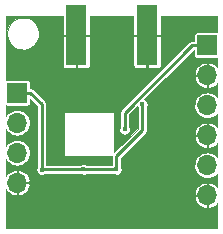
<source format=gbl>
G04 #@! TF.FileFunction,Copper,L2,Bot,Signal*
%FSLAX46Y46*%
G04 Gerber Fmt 4.6, Leading zero omitted, Abs format (unit mm)*
G04 Created by KiCad (PCBNEW 4.0.6-e0-6349~53~ubuntu16.04.1) date Sat Jun 24 14:45:07 2017*
%MOMM*%
%LPD*%
G01*
G04 APERTURE LIST*
%ADD10C,0.100000*%
%ADD11C,0.200000*%
%ADD12R,1.700000X1.700000*%
%ADD13O,1.700000X1.700000*%
%ADD14R,1.800000X5.080000*%
%ADD15C,0.300000*%
%ADD16C,0.400000*%
%ADD17C,0.250000*%
G04 APERTURE END LIST*
D10*
D11*
X111600000Y-78100000D03*
X111500000Y-77600000D03*
X111100000Y-77200000D03*
X110800000Y-76800000D03*
X110800000Y-76200000D03*
X110800000Y-75600000D03*
X109200000Y-77300000D03*
X109200000Y-75600000D03*
X109200000Y-76200000D03*
X109200000Y-76800000D03*
X109300000Y-77800000D03*
X109700000Y-78300000D03*
X110100000Y-78700000D03*
X110500000Y-79200000D03*
X110500000Y-79800000D03*
X110500000Y-80400000D03*
X110800000Y-81100000D03*
X111000000Y-81600000D03*
X111400000Y-81200000D03*
D12*
X102000000Y-77500000D03*
D13*
X102000000Y-80040000D03*
X102000000Y-82580000D03*
X102000000Y-85120000D03*
D14*
X113000000Y-72660000D03*
D15*
X113000000Y-74700000D03*
X113000000Y-70700000D03*
X112500000Y-71700000D03*
X113500000Y-71700000D03*
X113000000Y-72700000D03*
X112500000Y-73700000D03*
X113500000Y-73700000D03*
X107000000Y-74700000D03*
X107000000Y-70700000D03*
X106500000Y-71700000D03*
X107500000Y-71700000D03*
X107000000Y-72700000D03*
X106500000Y-73700000D03*
X107500000Y-73700000D03*
D14*
X107000000Y-72660000D03*
D12*
X118100000Y-73500000D03*
D13*
X118100000Y-76040000D03*
X118100000Y-78580000D03*
X118100000Y-81120000D03*
X118100000Y-83660000D03*
X118100000Y-86200000D03*
D11*
X111800000Y-80700000D03*
D16*
X112600000Y-78500000D03*
X110400000Y-84000000D03*
X107600000Y-84000000D03*
X104078768Y-84021232D03*
X109300000Y-83200000D03*
X111100000Y-80600000D03*
D17*
X112600000Y-80700000D02*
X110400000Y-82900000D01*
X110400000Y-82900000D02*
X110400000Y-84000000D01*
X112600000Y-78500000D02*
X112600000Y-80700000D01*
X110400000Y-84000000D02*
X107600000Y-84000000D01*
X107600000Y-84000000D02*
X104100000Y-84000000D01*
X104100000Y-84000000D02*
X104078768Y-84021232D01*
X102000000Y-77500000D02*
X103100000Y-77500000D01*
X103100000Y-77500000D02*
X104078768Y-78478768D01*
X104078768Y-78478768D02*
X104078768Y-84021232D01*
X116822998Y-73500000D02*
X118100000Y-73500000D01*
X111100000Y-80600000D02*
X111100000Y-79222998D01*
X111100000Y-79222998D02*
X116822998Y-73500000D01*
D10*
G36*
X116998791Y-74350000D02*
X117001966Y-74389811D01*
X117022877Y-74457336D01*
X117061772Y-74516362D01*
X117115571Y-74562214D01*
X117180015Y-74591263D01*
X117250000Y-74601209D01*
X118950000Y-74601209D01*
X118950000Y-75350158D01*
X118882627Y-75267018D01*
X118716788Y-75129188D01*
X118527246Y-75026360D01*
X118321285Y-74962485D01*
X118150000Y-75003634D01*
X118150000Y-75990000D01*
X118170000Y-75990000D01*
X118170000Y-76090000D01*
X118150000Y-76090000D01*
X118150000Y-77076366D01*
X118321285Y-77117515D01*
X118527246Y-77053640D01*
X118716788Y-76950812D01*
X118882627Y-76812982D01*
X118950000Y-76729842D01*
X118950000Y-77883450D01*
X118891242Y-77810370D01*
X118726786Y-77672375D01*
X118538658Y-77568951D01*
X118334025Y-77504038D01*
X118120680Y-77480107D01*
X118105322Y-77480000D01*
X118094678Y-77480000D01*
X117881020Y-77500949D01*
X117675501Y-77562999D01*
X117485947Y-77663787D01*
X117319580Y-77799472D01*
X117182737Y-77964888D01*
X117080629Y-78153733D01*
X117017145Y-78358814D01*
X116994705Y-78572321D01*
X117014162Y-78786119D01*
X117074776Y-78992067D01*
X117174237Y-79182320D01*
X117308758Y-79349630D01*
X117473214Y-79487625D01*
X117661342Y-79591049D01*
X117865975Y-79655962D01*
X118079320Y-79679893D01*
X118094678Y-79680000D01*
X118105322Y-79680000D01*
X118318980Y-79659051D01*
X118524499Y-79597001D01*
X118714053Y-79496213D01*
X118880420Y-79360528D01*
X118950000Y-79276420D01*
X118950000Y-80430158D01*
X118882627Y-80347018D01*
X118716788Y-80209188D01*
X118527246Y-80106360D01*
X118321285Y-80042485D01*
X118150000Y-80083634D01*
X118150000Y-81070000D01*
X118170000Y-81070000D01*
X118170000Y-81170000D01*
X118150000Y-81170000D01*
X118150000Y-82156366D01*
X118321285Y-82197515D01*
X118527246Y-82133640D01*
X118716788Y-82030812D01*
X118882627Y-81892982D01*
X118950000Y-81809842D01*
X118950000Y-82963450D01*
X118891242Y-82890370D01*
X118726786Y-82752375D01*
X118538658Y-82648951D01*
X118334025Y-82584038D01*
X118120680Y-82560107D01*
X118105322Y-82560000D01*
X118094678Y-82560000D01*
X117881020Y-82580949D01*
X117675501Y-82642999D01*
X117485947Y-82743787D01*
X117319580Y-82879472D01*
X117182737Y-83044888D01*
X117080629Y-83233733D01*
X117017145Y-83438814D01*
X116994705Y-83652321D01*
X117014162Y-83866119D01*
X117074776Y-84072067D01*
X117174237Y-84262320D01*
X117308758Y-84429630D01*
X117473214Y-84567625D01*
X117661342Y-84671049D01*
X117865975Y-84735962D01*
X118079320Y-84759893D01*
X118094678Y-84760000D01*
X118105322Y-84760000D01*
X118318980Y-84739051D01*
X118524499Y-84677001D01*
X118714053Y-84576213D01*
X118880420Y-84440528D01*
X118950000Y-84356420D01*
X118950000Y-85510158D01*
X118882627Y-85427018D01*
X118716788Y-85289188D01*
X118527246Y-85186360D01*
X118321285Y-85122485D01*
X118150000Y-85163634D01*
X118150000Y-86150000D01*
X118170000Y-86150000D01*
X118170000Y-86250000D01*
X118150000Y-86250000D01*
X118150000Y-87236366D01*
X118321285Y-87277515D01*
X118527246Y-87213640D01*
X118716788Y-87110812D01*
X118882627Y-86972982D01*
X118950000Y-86889842D01*
X118950000Y-88949925D01*
X101050000Y-88949925D01*
X101050000Y-86421284D01*
X117022488Y-86421284D01*
X117081140Y-86614644D01*
X117181610Y-86805446D01*
X117317373Y-86972982D01*
X117483212Y-87110812D01*
X117672754Y-87213640D01*
X117878715Y-87277515D01*
X118050000Y-87236366D01*
X118050000Y-86250000D01*
X117063706Y-86250000D01*
X117022488Y-86421284D01*
X101050000Y-86421284D01*
X101050000Y-85665416D01*
X101081610Y-85725446D01*
X101217373Y-85892982D01*
X101383212Y-86030812D01*
X101572754Y-86133640D01*
X101778715Y-86197515D01*
X101950000Y-86156366D01*
X101950000Y-85170000D01*
X102050000Y-85170000D01*
X102050000Y-86156366D01*
X102221285Y-86197515D01*
X102427246Y-86133640D01*
X102616788Y-86030812D01*
X102679470Y-85978716D01*
X117022488Y-85978716D01*
X117063706Y-86150000D01*
X118050000Y-86150000D01*
X118050000Y-85163634D01*
X117878715Y-85122485D01*
X117672754Y-85186360D01*
X117483212Y-85289188D01*
X117317373Y-85427018D01*
X117181610Y-85594554D01*
X117081140Y-85785356D01*
X117022488Y-85978716D01*
X102679470Y-85978716D01*
X102782627Y-85892982D01*
X102918390Y-85725446D01*
X103018860Y-85534644D01*
X103077512Y-85341284D01*
X103036294Y-85170000D01*
X102050000Y-85170000D01*
X101950000Y-85170000D01*
X101930000Y-85170000D01*
X101930000Y-85070000D01*
X101950000Y-85070000D01*
X101950000Y-84083634D01*
X102050000Y-84083634D01*
X102050000Y-85070000D01*
X103036294Y-85070000D01*
X103077512Y-84898716D01*
X103018860Y-84705356D01*
X102918390Y-84514554D01*
X102782627Y-84347018D01*
X102616788Y-84209188D01*
X102427246Y-84106360D01*
X102221285Y-84042485D01*
X102050000Y-84083634D01*
X101950000Y-84083634D01*
X101778715Y-84042485D01*
X101572754Y-84106360D01*
X101383212Y-84209188D01*
X101217373Y-84347018D01*
X101081610Y-84514554D01*
X101050000Y-84574584D01*
X101050000Y-83135958D01*
X101074237Y-83182320D01*
X101208758Y-83349630D01*
X101373214Y-83487625D01*
X101561342Y-83591049D01*
X101765975Y-83655962D01*
X101979320Y-83679893D01*
X101994678Y-83680000D01*
X102005322Y-83680000D01*
X102218980Y-83659051D01*
X102424499Y-83597001D01*
X102614053Y-83496213D01*
X102780420Y-83360528D01*
X102917263Y-83195112D01*
X103019371Y-83006267D01*
X103082855Y-82801186D01*
X103105295Y-82587679D01*
X103085838Y-82373881D01*
X103025224Y-82167933D01*
X102925763Y-81977680D01*
X102791242Y-81810370D01*
X102626786Y-81672375D01*
X102438658Y-81568951D01*
X102234025Y-81504038D01*
X102020680Y-81480107D01*
X102005322Y-81480000D01*
X101994678Y-81480000D01*
X101781020Y-81500949D01*
X101575501Y-81562999D01*
X101385947Y-81663787D01*
X101219580Y-81799472D01*
X101082737Y-81964888D01*
X101050000Y-82025434D01*
X101050000Y-80595958D01*
X101074237Y-80642320D01*
X101208758Y-80809630D01*
X101373214Y-80947625D01*
X101561342Y-81051049D01*
X101765975Y-81115962D01*
X101979320Y-81139893D01*
X101994678Y-81140000D01*
X102005322Y-81140000D01*
X102218980Y-81119051D01*
X102424499Y-81057001D01*
X102614053Y-80956213D01*
X102780420Y-80820528D01*
X102917263Y-80655112D01*
X103019371Y-80466267D01*
X103082855Y-80261186D01*
X103105295Y-80047679D01*
X103085838Y-79833881D01*
X103025224Y-79627933D01*
X102925763Y-79437680D01*
X102791242Y-79270370D01*
X102626786Y-79132375D01*
X102438658Y-79028951D01*
X102234025Y-78964038D01*
X102020680Y-78940107D01*
X102005322Y-78940000D01*
X101994678Y-78940000D01*
X101781020Y-78960949D01*
X101575501Y-79022999D01*
X101385947Y-79123787D01*
X101219580Y-79259472D01*
X101082737Y-79424888D01*
X101050000Y-79485434D01*
X101050000Y-78577733D01*
X101080015Y-78591263D01*
X101150000Y-78601209D01*
X102850000Y-78601209D01*
X102889811Y-78598034D01*
X102957336Y-78577123D01*
X103016362Y-78538228D01*
X103062214Y-78484429D01*
X103091263Y-78419985D01*
X103101209Y-78350000D01*
X103101209Y-78031539D01*
X103703768Y-78634098D01*
X103703768Y-83772365D01*
X103682522Y-83803394D01*
X103647757Y-83884507D01*
X103629409Y-83970828D01*
X103628177Y-84059069D01*
X103644108Y-84145869D01*
X103676594Y-84227921D01*
X103724400Y-84302101D01*
X103785703Y-84365582D01*
X103858169Y-84415947D01*
X103939038Y-84451278D01*
X104025228Y-84470228D01*
X104113459Y-84472076D01*
X104200367Y-84456752D01*
X104282644Y-84424839D01*
X104357156Y-84377552D01*
X104359836Y-84375000D01*
X107351035Y-84375000D01*
X107379401Y-84394715D01*
X107460270Y-84430046D01*
X107546460Y-84448996D01*
X107634691Y-84450844D01*
X107721599Y-84435520D01*
X107803876Y-84403607D01*
X107848953Y-84375000D01*
X110151035Y-84375000D01*
X110179401Y-84394715D01*
X110260270Y-84430046D01*
X110346460Y-84448996D01*
X110434691Y-84450844D01*
X110521599Y-84435520D01*
X110603876Y-84403607D01*
X110678388Y-84356320D01*
X110742296Y-84295462D01*
X110793166Y-84223349D01*
X110829060Y-84142729D01*
X110848611Y-84056673D01*
X110850019Y-83955875D01*
X110832878Y-83869306D01*
X110799249Y-83787716D01*
X110775000Y-83751219D01*
X110775000Y-83055330D01*
X112489046Y-81341284D01*
X117022488Y-81341284D01*
X117081140Y-81534644D01*
X117181610Y-81725446D01*
X117317373Y-81892982D01*
X117483212Y-82030812D01*
X117672754Y-82133640D01*
X117878715Y-82197515D01*
X118050000Y-82156366D01*
X118050000Y-81170000D01*
X117063706Y-81170000D01*
X117022488Y-81341284D01*
X112489046Y-81341284D01*
X112865165Y-80965165D01*
X112887129Y-80938425D01*
X112909418Y-80911863D01*
X112910370Y-80910132D01*
X112911619Y-80908611D01*
X112916924Y-80898716D01*
X117022488Y-80898716D01*
X117063706Y-81070000D01*
X118050000Y-81070000D01*
X118050000Y-80083634D01*
X117878715Y-80042485D01*
X117672754Y-80106360D01*
X117483212Y-80209188D01*
X117317373Y-80347018D01*
X117181610Y-80514554D01*
X117081140Y-80705356D01*
X117022488Y-80898716D01*
X112916924Y-80898716D01*
X112927977Y-80878104D01*
X112944676Y-80847728D01*
X112945272Y-80845849D01*
X112946204Y-80844111D01*
X112956339Y-80810960D01*
X112966805Y-80777967D01*
X112967025Y-80776010D01*
X112967602Y-80774121D01*
X112971109Y-80739598D01*
X112974963Y-80705236D01*
X112974990Y-80701386D01*
X112974998Y-80701309D01*
X112974991Y-80701238D01*
X112975000Y-80700000D01*
X112975000Y-78749101D01*
X112993166Y-78723349D01*
X113029060Y-78642729D01*
X113048611Y-78556673D01*
X113050019Y-78455875D01*
X113032878Y-78369306D01*
X112999249Y-78287716D01*
X112950412Y-78214211D01*
X112888228Y-78151592D01*
X112815066Y-78102243D01*
X112770020Y-78083308D01*
X114592044Y-76261284D01*
X117022488Y-76261284D01*
X117081140Y-76454644D01*
X117181610Y-76645446D01*
X117317373Y-76812982D01*
X117483212Y-76950812D01*
X117672754Y-77053640D01*
X117878715Y-77117515D01*
X118050000Y-77076366D01*
X118050000Y-76090000D01*
X117063706Y-76090000D01*
X117022488Y-76261284D01*
X114592044Y-76261284D01*
X115034612Y-75818716D01*
X117022488Y-75818716D01*
X117063706Y-75990000D01*
X118050000Y-75990000D01*
X118050000Y-75003634D01*
X117878715Y-74962485D01*
X117672754Y-75026360D01*
X117483212Y-75129188D01*
X117317373Y-75267018D01*
X117181610Y-75434554D01*
X117081140Y-75625356D01*
X117022488Y-75818716D01*
X115034612Y-75818716D01*
X116978328Y-73875000D01*
X116998791Y-73875000D01*
X116998791Y-74350000D01*
X116998791Y-74350000D01*
G37*
X116998791Y-74350000D02*
X117001966Y-74389811D01*
X117022877Y-74457336D01*
X117061772Y-74516362D01*
X117115571Y-74562214D01*
X117180015Y-74591263D01*
X117250000Y-74601209D01*
X118950000Y-74601209D01*
X118950000Y-75350158D01*
X118882627Y-75267018D01*
X118716788Y-75129188D01*
X118527246Y-75026360D01*
X118321285Y-74962485D01*
X118150000Y-75003634D01*
X118150000Y-75990000D01*
X118170000Y-75990000D01*
X118170000Y-76090000D01*
X118150000Y-76090000D01*
X118150000Y-77076366D01*
X118321285Y-77117515D01*
X118527246Y-77053640D01*
X118716788Y-76950812D01*
X118882627Y-76812982D01*
X118950000Y-76729842D01*
X118950000Y-77883450D01*
X118891242Y-77810370D01*
X118726786Y-77672375D01*
X118538658Y-77568951D01*
X118334025Y-77504038D01*
X118120680Y-77480107D01*
X118105322Y-77480000D01*
X118094678Y-77480000D01*
X117881020Y-77500949D01*
X117675501Y-77562999D01*
X117485947Y-77663787D01*
X117319580Y-77799472D01*
X117182737Y-77964888D01*
X117080629Y-78153733D01*
X117017145Y-78358814D01*
X116994705Y-78572321D01*
X117014162Y-78786119D01*
X117074776Y-78992067D01*
X117174237Y-79182320D01*
X117308758Y-79349630D01*
X117473214Y-79487625D01*
X117661342Y-79591049D01*
X117865975Y-79655962D01*
X118079320Y-79679893D01*
X118094678Y-79680000D01*
X118105322Y-79680000D01*
X118318980Y-79659051D01*
X118524499Y-79597001D01*
X118714053Y-79496213D01*
X118880420Y-79360528D01*
X118950000Y-79276420D01*
X118950000Y-80430158D01*
X118882627Y-80347018D01*
X118716788Y-80209188D01*
X118527246Y-80106360D01*
X118321285Y-80042485D01*
X118150000Y-80083634D01*
X118150000Y-81070000D01*
X118170000Y-81070000D01*
X118170000Y-81170000D01*
X118150000Y-81170000D01*
X118150000Y-82156366D01*
X118321285Y-82197515D01*
X118527246Y-82133640D01*
X118716788Y-82030812D01*
X118882627Y-81892982D01*
X118950000Y-81809842D01*
X118950000Y-82963450D01*
X118891242Y-82890370D01*
X118726786Y-82752375D01*
X118538658Y-82648951D01*
X118334025Y-82584038D01*
X118120680Y-82560107D01*
X118105322Y-82560000D01*
X118094678Y-82560000D01*
X117881020Y-82580949D01*
X117675501Y-82642999D01*
X117485947Y-82743787D01*
X117319580Y-82879472D01*
X117182737Y-83044888D01*
X117080629Y-83233733D01*
X117017145Y-83438814D01*
X116994705Y-83652321D01*
X117014162Y-83866119D01*
X117074776Y-84072067D01*
X117174237Y-84262320D01*
X117308758Y-84429630D01*
X117473214Y-84567625D01*
X117661342Y-84671049D01*
X117865975Y-84735962D01*
X118079320Y-84759893D01*
X118094678Y-84760000D01*
X118105322Y-84760000D01*
X118318980Y-84739051D01*
X118524499Y-84677001D01*
X118714053Y-84576213D01*
X118880420Y-84440528D01*
X118950000Y-84356420D01*
X118950000Y-85510158D01*
X118882627Y-85427018D01*
X118716788Y-85289188D01*
X118527246Y-85186360D01*
X118321285Y-85122485D01*
X118150000Y-85163634D01*
X118150000Y-86150000D01*
X118170000Y-86150000D01*
X118170000Y-86250000D01*
X118150000Y-86250000D01*
X118150000Y-87236366D01*
X118321285Y-87277515D01*
X118527246Y-87213640D01*
X118716788Y-87110812D01*
X118882627Y-86972982D01*
X118950000Y-86889842D01*
X118950000Y-88949925D01*
X101050000Y-88949925D01*
X101050000Y-86421284D01*
X117022488Y-86421284D01*
X117081140Y-86614644D01*
X117181610Y-86805446D01*
X117317373Y-86972982D01*
X117483212Y-87110812D01*
X117672754Y-87213640D01*
X117878715Y-87277515D01*
X118050000Y-87236366D01*
X118050000Y-86250000D01*
X117063706Y-86250000D01*
X117022488Y-86421284D01*
X101050000Y-86421284D01*
X101050000Y-85665416D01*
X101081610Y-85725446D01*
X101217373Y-85892982D01*
X101383212Y-86030812D01*
X101572754Y-86133640D01*
X101778715Y-86197515D01*
X101950000Y-86156366D01*
X101950000Y-85170000D01*
X102050000Y-85170000D01*
X102050000Y-86156366D01*
X102221285Y-86197515D01*
X102427246Y-86133640D01*
X102616788Y-86030812D01*
X102679470Y-85978716D01*
X117022488Y-85978716D01*
X117063706Y-86150000D01*
X118050000Y-86150000D01*
X118050000Y-85163634D01*
X117878715Y-85122485D01*
X117672754Y-85186360D01*
X117483212Y-85289188D01*
X117317373Y-85427018D01*
X117181610Y-85594554D01*
X117081140Y-85785356D01*
X117022488Y-85978716D01*
X102679470Y-85978716D01*
X102782627Y-85892982D01*
X102918390Y-85725446D01*
X103018860Y-85534644D01*
X103077512Y-85341284D01*
X103036294Y-85170000D01*
X102050000Y-85170000D01*
X101950000Y-85170000D01*
X101930000Y-85170000D01*
X101930000Y-85070000D01*
X101950000Y-85070000D01*
X101950000Y-84083634D01*
X102050000Y-84083634D01*
X102050000Y-85070000D01*
X103036294Y-85070000D01*
X103077512Y-84898716D01*
X103018860Y-84705356D01*
X102918390Y-84514554D01*
X102782627Y-84347018D01*
X102616788Y-84209188D01*
X102427246Y-84106360D01*
X102221285Y-84042485D01*
X102050000Y-84083634D01*
X101950000Y-84083634D01*
X101778715Y-84042485D01*
X101572754Y-84106360D01*
X101383212Y-84209188D01*
X101217373Y-84347018D01*
X101081610Y-84514554D01*
X101050000Y-84574584D01*
X101050000Y-83135958D01*
X101074237Y-83182320D01*
X101208758Y-83349630D01*
X101373214Y-83487625D01*
X101561342Y-83591049D01*
X101765975Y-83655962D01*
X101979320Y-83679893D01*
X101994678Y-83680000D01*
X102005322Y-83680000D01*
X102218980Y-83659051D01*
X102424499Y-83597001D01*
X102614053Y-83496213D01*
X102780420Y-83360528D01*
X102917263Y-83195112D01*
X103019371Y-83006267D01*
X103082855Y-82801186D01*
X103105295Y-82587679D01*
X103085838Y-82373881D01*
X103025224Y-82167933D01*
X102925763Y-81977680D01*
X102791242Y-81810370D01*
X102626786Y-81672375D01*
X102438658Y-81568951D01*
X102234025Y-81504038D01*
X102020680Y-81480107D01*
X102005322Y-81480000D01*
X101994678Y-81480000D01*
X101781020Y-81500949D01*
X101575501Y-81562999D01*
X101385947Y-81663787D01*
X101219580Y-81799472D01*
X101082737Y-81964888D01*
X101050000Y-82025434D01*
X101050000Y-80595958D01*
X101074237Y-80642320D01*
X101208758Y-80809630D01*
X101373214Y-80947625D01*
X101561342Y-81051049D01*
X101765975Y-81115962D01*
X101979320Y-81139893D01*
X101994678Y-81140000D01*
X102005322Y-81140000D01*
X102218980Y-81119051D01*
X102424499Y-81057001D01*
X102614053Y-80956213D01*
X102780420Y-80820528D01*
X102917263Y-80655112D01*
X103019371Y-80466267D01*
X103082855Y-80261186D01*
X103105295Y-80047679D01*
X103085838Y-79833881D01*
X103025224Y-79627933D01*
X102925763Y-79437680D01*
X102791242Y-79270370D01*
X102626786Y-79132375D01*
X102438658Y-79028951D01*
X102234025Y-78964038D01*
X102020680Y-78940107D01*
X102005322Y-78940000D01*
X101994678Y-78940000D01*
X101781020Y-78960949D01*
X101575501Y-79022999D01*
X101385947Y-79123787D01*
X101219580Y-79259472D01*
X101082737Y-79424888D01*
X101050000Y-79485434D01*
X101050000Y-78577733D01*
X101080015Y-78591263D01*
X101150000Y-78601209D01*
X102850000Y-78601209D01*
X102889811Y-78598034D01*
X102957336Y-78577123D01*
X103016362Y-78538228D01*
X103062214Y-78484429D01*
X103091263Y-78419985D01*
X103101209Y-78350000D01*
X103101209Y-78031539D01*
X103703768Y-78634098D01*
X103703768Y-83772365D01*
X103682522Y-83803394D01*
X103647757Y-83884507D01*
X103629409Y-83970828D01*
X103628177Y-84059069D01*
X103644108Y-84145869D01*
X103676594Y-84227921D01*
X103724400Y-84302101D01*
X103785703Y-84365582D01*
X103858169Y-84415947D01*
X103939038Y-84451278D01*
X104025228Y-84470228D01*
X104113459Y-84472076D01*
X104200367Y-84456752D01*
X104282644Y-84424839D01*
X104357156Y-84377552D01*
X104359836Y-84375000D01*
X107351035Y-84375000D01*
X107379401Y-84394715D01*
X107460270Y-84430046D01*
X107546460Y-84448996D01*
X107634691Y-84450844D01*
X107721599Y-84435520D01*
X107803876Y-84403607D01*
X107848953Y-84375000D01*
X110151035Y-84375000D01*
X110179401Y-84394715D01*
X110260270Y-84430046D01*
X110346460Y-84448996D01*
X110434691Y-84450844D01*
X110521599Y-84435520D01*
X110603876Y-84403607D01*
X110678388Y-84356320D01*
X110742296Y-84295462D01*
X110793166Y-84223349D01*
X110829060Y-84142729D01*
X110848611Y-84056673D01*
X110850019Y-83955875D01*
X110832878Y-83869306D01*
X110799249Y-83787716D01*
X110775000Y-83751219D01*
X110775000Y-83055330D01*
X112489046Y-81341284D01*
X117022488Y-81341284D01*
X117081140Y-81534644D01*
X117181610Y-81725446D01*
X117317373Y-81892982D01*
X117483212Y-82030812D01*
X117672754Y-82133640D01*
X117878715Y-82197515D01*
X118050000Y-82156366D01*
X118050000Y-81170000D01*
X117063706Y-81170000D01*
X117022488Y-81341284D01*
X112489046Y-81341284D01*
X112865165Y-80965165D01*
X112887129Y-80938425D01*
X112909418Y-80911863D01*
X112910370Y-80910132D01*
X112911619Y-80908611D01*
X112916924Y-80898716D01*
X117022488Y-80898716D01*
X117063706Y-81070000D01*
X118050000Y-81070000D01*
X118050000Y-80083634D01*
X117878715Y-80042485D01*
X117672754Y-80106360D01*
X117483212Y-80209188D01*
X117317373Y-80347018D01*
X117181610Y-80514554D01*
X117081140Y-80705356D01*
X117022488Y-80898716D01*
X112916924Y-80898716D01*
X112927977Y-80878104D01*
X112944676Y-80847728D01*
X112945272Y-80845849D01*
X112946204Y-80844111D01*
X112956339Y-80810960D01*
X112966805Y-80777967D01*
X112967025Y-80776010D01*
X112967602Y-80774121D01*
X112971109Y-80739598D01*
X112974963Y-80705236D01*
X112974990Y-80701386D01*
X112974998Y-80701309D01*
X112974991Y-80701238D01*
X112975000Y-80700000D01*
X112975000Y-78749101D01*
X112993166Y-78723349D01*
X113029060Y-78642729D01*
X113048611Y-78556673D01*
X113050019Y-78455875D01*
X113032878Y-78369306D01*
X112999249Y-78287716D01*
X112950412Y-78214211D01*
X112888228Y-78151592D01*
X112815066Y-78102243D01*
X112770020Y-78083308D01*
X114592044Y-76261284D01*
X117022488Y-76261284D01*
X117081140Y-76454644D01*
X117181610Y-76645446D01*
X117317373Y-76812982D01*
X117483212Y-76950812D01*
X117672754Y-77053640D01*
X117878715Y-77117515D01*
X118050000Y-77076366D01*
X118050000Y-76090000D01*
X117063706Y-76090000D01*
X117022488Y-76261284D01*
X114592044Y-76261284D01*
X115034612Y-75818716D01*
X117022488Y-75818716D01*
X117063706Y-75990000D01*
X118050000Y-75990000D01*
X118050000Y-75003634D01*
X117878715Y-74962485D01*
X117672754Y-75026360D01*
X117483212Y-75129188D01*
X117317373Y-75267018D01*
X117181610Y-75434554D01*
X117081140Y-75625356D01*
X117022488Y-75818716D01*
X115034612Y-75818716D01*
X116978328Y-73875000D01*
X116998791Y-73875000D01*
X116998791Y-74350000D01*
G36*
X105850000Y-72547500D02*
X105912500Y-72610000D01*
X106950000Y-72610000D01*
X106950000Y-72590000D01*
X107050000Y-72590000D01*
X107050000Y-72610000D01*
X108087500Y-72610000D01*
X108150000Y-72547500D01*
X108150000Y-71049925D01*
X111850000Y-71049925D01*
X111850000Y-72547500D01*
X111912500Y-72610000D01*
X112950000Y-72610000D01*
X112950000Y-72590000D01*
X113050000Y-72590000D01*
X113050000Y-72610000D01*
X114087500Y-72610000D01*
X114150000Y-72547500D01*
X114150000Y-71049925D01*
X118950000Y-71049925D01*
X118950000Y-72398791D01*
X117250000Y-72398791D01*
X117210189Y-72401966D01*
X117142664Y-72422877D01*
X117083638Y-72461772D01*
X117037786Y-72515571D01*
X117008737Y-72580015D01*
X116998791Y-72650000D01*
X116998791Y-73125000D01*
X116822998Y-73125000D01*
X116788529Y-73128380D01*
X116754016Y-73131399D01*
X116752120Y-73131950D01*
X116750160Y-73132142D01*
X116717020Y-73142148D01*
X116683734Y-73151818D01*
X116681983Y-73152726D01*
X116680097Y-73153295D01*
X116649526Y-73169550D01*
X116618758Y-73185499D01*
X116617217Y-73186730D01*
X116615476Y-73187655D01*
X116588622Y-73209556D01*
X116561561Y-73231159D01*
X116558818Y-73233863D01*
X116558760Y-73233911D01*
X116558715Y-73233965D01*
X116557833Y-73234835D01*
X110834835Y-78957833D01*
X110812871Y-78984573D01*
X110790582Y-79011135D01*
X110789630Y-79012866D01*
X110788381Y-79014387D01*
X110772023Y-79044894D01*
X110755324Y-79075270D01*
X110754728Y-79077149D01*
X110753796Y-79078887D01*
X110743674Y-79111997D01*
X110733195Y-79145031D01*
X110732975Y-79146993D01*
X110732399Y-79148877D01*
X110728897Y-79183351D01*
X110725037Y-79217762D01*
X110725010Y-79221612D01*
X110725002Y-79221689D01*
X110725009Y-79221760D01*
X110725000Y-79222998D01*
X110725000Y-80351133D01*
X110703754Y-80382162D01*
X110668989Y-80463275D01*
X110650641Y-80549596D01*
X110649409Y-80637837D01*
X110665340Y-80724637D01*
X110697826Y-80806689D01*
X110745632Y-80880869D01*
X110806935Y-80944350D01*
X110879401Y-80994715D01*
X110960270Y-81030046D01*
X111046460Y-81048996D01*
X111134691Y-81050844D01*
X111221599Y-81035520D01*
X111303876Y-81003607D01*
X111378388Y-80956320D01*
X111442296Y-80895462D01*
X111493166Y-80823349D01*
X111529060Y-80742729D01*
X111548611Y-80656673D01*
X111550019Y-80555875D01*
X111532878Y-80469306D01*
X111499249Y-80387716D01*
X111475000Y-80351219D01*
X111475000Y-79378328D01*
X112183308Y-78670020D01*
X112197826Y-78706689D01*
X112225000Y-78748855D01*
X112225000Y-80544670D01*
X110236128Y-82533542D01*
X110236128Y-79200000D01*
X110232709Y-79181827D01*
X110221968Y-79165136D01*
X110205581Y-79153939D01*
X110186128Y-79150000D01*
X105986128Y-79150000D01*
X105967955Y-79153419D01*
X105951264Y-79164160D01*
X105940067Y-79180547D01*
X105936128Y-79200000D01*
X105936128Y-82800000D01*
X105939547Y-82818173D01*
X105950288Y-82834864D01*
X105966675Y-82846061D01*
X105986128Y-82850000D01*
X110029949Y-82850000D01*
X110028897Y-82860353D01*
X110025037Y-82894764D01*
X110025010Y-82898614D01*
X110025002Y-82898691D01*
X110025009Y-82898762D01*
X110025000Y-82900000D01*
X110025000Y-83625000D01*
X107848804Y-83625000D01*
X107815066Y-83602243D01*
X107733712Y-83568045D01*
X107647265Y-83550300D01*
X107559018Y-83549684D01*
X107472332Y-83566220D01*
X107390508Y-83599279D01*
X107351202Y-83625000D01*
X104453768Y-83625000D01*
X104453768Y-78478768D01*
X104450388Y-78444295D01*
X104447369Y-78409786D01*
X104446818Y-78407890D01*
X104446626Y-78405930D01*
X104436616Y-78372776D01*
X104426950Y-78339505D01*
X104426043Y-78337756D01*
X104425473Y-78335867D01*
X104409197Y-78305257D01*
X104393269Y-78274529D01*
X104392040Y-78272990D01*
X104391113Y-78271246D01*
X104369174Y-78244346D01*
X104347609Y-78217332D01*
X104344906Y-78214590D01*
X104344857Y-78214530D01*
X104344802Y-78214484D01*
X104343933Y-78213603D01*
X103365165Y-77234835D01*
X103338425Y-77212871D01*
X103311863Y-77190582D01*
X103310132Y-77189630D01*
X103308611Y-77188381D01*
X103278104Y-77172023D01*
X103247728Y-77155324D01*
X103245849Y-77154728D01*
X103244111Y-77153796D01*
X103211001Y-77143674D01*
X103177967Y-77133195D01*
X103176005Y-77132975D01*
X103174121Y-77132399D01*
X103139647Y-77128897D01*
X103105236Y-77125037D01*
X103101386Y-77125010D01*
X103101309Y-77125002D01*
X103101238Y-77125009D01*
X103101209Y-77125009D01*
X103101209Y-76650000D01*
X103098034Y-76610189D01*
X103077123Y-76542664D01*
X103038228Y-76483638D01*
X102984429Y-76437786D01*
X102919985Y-76408737D01*
X102850000Y-76398791D01*
X101150000Y-76398791D01*
X101110189Y-76401966D01*
X101050000Y-76420605D01*
X101050000Y-72613512D01*
X101148226Y-72613512D01*
X101196018Y-72873911D01*
X101293478Y-73120068D01*
X101436895Y-73342607D01*
X101620805Y-73533051D01*
X101838203Y-73684147D01*
X102080809Y-73790139D01*
X102339381Y-73846989D01*
X102604072Y-73852534D01*
X102864798Y-73806561D01*
X103111630Y-73710821D01*
X103335164Y-73568962D01*
X103526888Y-73386386D01*
X103679498Y-73170048D01*
X103787181Y-72928188D01*
X103822552Y-72772500D01*
X105850000Y-72772500D01*
X105850000Y-75224623D01*
X105859607Y-75272922D01*
X105878453Y-75318419D01*
X105905812Y-75359366D01*
X105940634Y-75394188D01*
X105981580Y-75421547D01*
X106027078Y-75440393D01*
X106075377Y-75450000D01*
X106887500Y-75450000D01*
X106950000Y-75387500D01*
X106950000Y-72710000D01*
X107050000Y-72710000D01*
X107050000Y-75387500D01*
X107112500Y-75450000D01*
X107924623Y-75450000D01*
X107972922Y-75440393D01*
X108018420Y-75421547D01*
X108059366Y-75394188D01*
X108094188Y-75359366D01*
X108121547Y-75318419D01*
X108140393Y-75272922D01*
X108150000Y-75224623D01*
X108150000Y-72772500D01*
X111850000Y-72772500D01*
X111850000Y-75224623D01*
X111859607Y-75272922D01*
X111878453Y-75318419D01*
X111905812Y-75359366D01*
X111940634Y-75394188D01*
X111981580Y-75421547D01*
X112027078Y-75440393D01*
X112075377Y-75450000D01*
X112887500Y-75450000D01*
X112950000Y-75387500D01*
X112950000Y-72710000D01*
X113050000Y-72710000D01*
X113050000Y-75387500D01*
X113112500Y-75450000D01*
X113924623Y-75450000D01*
X113972922Y-75440393D01*
X114018420Y-75421547D01*
X114059366Y-75394188D01*
X114094188Y-75359366D01*
X114121547Y-75318419D01*
X114140393Y-75272922D01*
X114150000Y-75224623D01*
X114150000Y-72772500D01*
X114087500Y-72710000D01*
X113050000Y-72710000D01*
X112950000Y-72710000D01*
X111912500Y-72710000D01*
X111850000Y-72772500D01*
X108150000Y-72772500D01*
X108087500Y-72710000D01*
X107050000Y-72710000D01*
X106950000Y-72710000D01*
X105912500Y-72710000D01*
X105850000Y-72772500D01*
X103822552Y-72772500D01*
X103845835Y-72670019D01*
X103850058Y-72367626D01*
X103798635Y-72107919D01*
X103697747Y-71863147D01*
X103551237Y-71642632D01*
X103364686Y-71454774D01*
X103145199Y-71306729D01*
X102901137Y-71204134D01*
X102641796Y-71150899D01*
X102377054Y-71149051D01*
X102116995Y-71198660D01*
X101871524Y-71297836D01*
X101649992Y-71442803D01*
X101460836Y-71628038D01*
X101311262Y-71846486D01*
X101206966Y-72089826D01*
X101151922Y-72348789D01*
X101148226Y-72613512D01*
X101050000Y-72613512D01*
X101050000Y-71049925D01*
X105850000Y-71049925D01*
X105850000Y-72547500D01*
X105850000Y-72547500D01*
G37*
X105850000Y-72547500D02*
X105912500Y-72610000D01*
X106950000Y-72610000D01*
X106950000Y-72590000D01*
X107050000Y-72590000D01*
X107050000Y-72610000D01*
X108087500Y-72610000D01*
X108150000Y-72547500D01*
X108150000Y-71049925D01*
X111850000Y-71049925D01*
X111850000Y-72547500D01*
X111912500Y-72610000D01*
X112950000Y-72610000D01*
X112950000Y-72590000D01*
X113050000Y-72590000D01*
X113050000Y-72610000D01*
X114087500Y-72610000D01*
X114150000Y-72547500D01*
X114150000Y-71049925D01*
X118950000Y-71049925D01*
X118950000Y-72398791D01*
X117250000Y-72398791D01*
X117210189Y-72401966D01*
X117142664Y-72422877D01*
X117083638Y-72461772D01*
X117037786Y-72515571D01*
X117008737Y-72580015D01*
X116998791Y-72650000D01*
X116998791Y-73125000D01*
X116822998Y-73125000D01*
X116788529Y-73128380D01*
X116754016Y-73131399D01*
X116752120Y-73131950D01*
X116750160Y-73132142D01*
X116717020Y-73142148D01*
X116683734Y-73151818D01*
X116681983Y-73152726D01*
X116680097Y-73153295D01*
X116649526Y-73169550D01*
X116618758Y-73185499D01*
X116617217Y-73186730D01*
X116615476Y-73187655D01*
X116588622Y-73209556D01*
X116561561Y-73231159D01*
X116558818Y-73233863D01*
X116558760Y-73233911D01*
X116558715Y-73233965D01*
X116557833Y-73234835D01*
X110834835Y-78957833D01*
X110812871Y-78984573D01*
X110790582Y-79011135D01*
X110789630Y-79012866D01*
X110788381Y-79014387D01*
X110772023Y-79044894D01*
X110755324Y-79075270D01*
X110754728Y-79077149D01*
X110753796Y-79078887D01*
X110743674Y-79111997D01*
X110733195Y-79145031D01*
X110732975Y-79146993D01*
X110732399Y-79148877D01*
X110728897Y-79183351D01*
X110725037Y-79217762D01*
X110725010Y-79221612D01*
X110725002Y-79221689D01*
X110725009Y-79221760D01*
X110725000Y-79222998D01*
X110725000Y-80351133D01*
X110703754Y-80382162D01*
X110668989Y-80463275D01*
X110650641Y-80549596D01*
X110649409Y-80637837D01*
X110665340Y-80724637D01*
X110697826Y-80806689D01*
X110745632Y-80880869D01*
X110806935Y-80944350D01*
X110879401Y-80994715D01*
X110960270Y-81030046D01*
X111046460Y-81048996D01*
X111134691Y-81050844D01*
X111221599Y-81035520D01*
X111303876Y-81003607D01*
X111378388Y-80956320D01*
X111442296Y-80895462D01*
X111493166Y-80823349D01*
X111529060Y-80742729D01*
X111548611Y-80656673D01*
X111550019Y-80555875D01*
X111532878Y-80469306D01*
X111499249Y-80387716D01*
X111475000Y-80351219D01*
X111475000Y-79378328D01*
X112183308Y-78670020D01*
X112197826Y-78706689D01*
X112225000Y-78748855D01*
X112225000Y-80544670D01*
X110236128Y-82533542D01*
X110236128Y-79200000D01*
X110232709Y-79181827D01*
X110221968Y-79165136D01*
X110205581Y-79153939D01*
X110186128Y-79150000D01*
X105986128Y-79150000D01*
X105967955Y-79153419D01*
X105951264Y-79164160D01*
X105940067Y-79180547D01*
X105936128Y-79200000D01*
X105936128Y-82800000D01*
X105939547Y-82818173D01*
X105950288Y-82834864D01*
X105966675Y-82846061D01*
X105986128Y-82850000D01*
X110029949Y-82850000D01*
X110028897Y-82860353D01*
X110025037Y-82894764D01*
X110025010Y-82898614D01*
X110025002Y-82898691D01*
X110025009Y-82898762D01*
X110025000Y-82900000D01*
X110025000Y-83625000D01*
X107848804Y-83625000D01*
X107815066Y-83602243D01*
X107733712Y-83568045D01*
X107647265Y-83550300D01*
X107559018Y-83549684D01*
X107472332Y-83566220D01*
X107390508Y-83599279D01*
X107351202Y-83625000D01*
X104453768Y-83625000D01*
X104453768Y-78478768D01*
X104450388Y-78444295D01*
X104447369Y-78409786D01*
X104446818Y-78407890D01*
X104446626Y-78405930D01*
X104436616Y-78372776D01*
X104426950Y-78339505D01*
X104426043Y-78337756D01*
X104425473Y-78335867D01*
X104409197Y-78305257D01*
X104393269Y-78274529D01*
X104392040Y-78272990D01*
X104391113Y-78271246D01*
X104369174Y-78244346D01*
X104347609Y-78217332D01*
X104344906Y-78214590D01*
X104344857Y-78214530D01*
X104344802Y-78214484D01*
X104343933Y-78213603D01*
X103365165Y-77234835D01*
X103338425Y-77212871D01*
X103311863Y-77190582D01*
X103310132Y-77189630D01*
X103308611Y-77188381D01*
X103278104Y-77172023D01*
X103247728Y-77155324D01*
X103245849Y-77154728D01*
X103244111Y-77153796D01*
X103211001Y-77143674D01*
X103177967Y-77133195D01*
X103176005Y-77132975D01*
X103174121Y-77132399D01*
X103139647Y-77128897D01*
X103105236Y-77125037D01*
X103101386Y-77125010D01*
X103101309Y-77125002D01*
X103101238Y-77125009D01*
X103101209Y-77125009D01*
X103101209Y-76650000D01*
X103098034Y-76610189D01*
X103077123Y-76542664D01*
X103038228Y-76483638D01*
X102984429Y-76437786D01*
X102919985Y-76408737D01*
X102850000Y-76398791D01*
X101150000Y-76398791D01*
X101110189Y-76401966D01*
X101050000Y-76420605D01*
X101050000Y-72613512D01*
X101148226Y-72613512D01*
X101196018Y-72873911D01*
X101293478Y-73120068D01*
X101436895Y-73342607D01*
X101620805Y-73533051D01*
X101838203Y-73684147D01*
X102080809Y-73790139D01*
X102339381Y-73846989D01*
X102604072Y-73852534D01*
X102864798Y-73806561D01*
X103111630Y-73710821D01*
X103335164Y-73568962D01*
X103526888Y-73386386D01*
X103679498Y-73170048D01*
X103787181Y-72928188D01*
X103822552Y-72772500D01*
X105850000Y-72772500D01*
X105850000Y-75224623D01*
X105859607Y-75272922D01*
X105878453Y-75318419D01*
X105905812Y-75359366D01*
X105940634Y-75394188D01*
X105981580Y-75421547D01*
X106027078Y-75440393D01*
X106075377Y-75450000D01*
X106887500Y-75450000D01*
X106950000Y-75387500D01*
X106950000Y-72710000D01*
X107050000Y-72710000D01*
X107050000Y-75387500D01*
X107112500Y-75450000D01*
X107924623Y-75450000D01*
X107972922Y-75440393D01*
X108018420Y-75421547D01*
X108059366Y-75394188D01*
X108094188Y-75359366D01*
X108121547Y-75318419D01*
X108140393Y-75272922D01*
X108150000Y-75224623D01*
X108150000Y-72772500D01*
X111850000Y-72772500D01*
X111850000Y-75224623D01*
X111859607Y-75272922D01*
X111878453Y-75318419D01*
X111905812Y-75359366D01*
X111940634Y-75394188D01*
X111981580Y-75421547D01*
X112027078Y-75440393D01*
X112075377Y-75450000D01*
X112887500Y-75450000D01*
X112950000Y-75387500D01*
X112950000Y-72710000D01*
X113050000Y-72710000D01*
X113050000Y-75387500D01*
X113112500Y-75450000D01*
X113924623Y-75450000D01*
X113972922Y-75440393D01*
X114018420Y-75421547D01*
X114059366Y-75394188D01*
X114094188Y-75359366D01*
X114121547Y-75318419D01*
X114140393Y-75272922D01*
X114150000Y-75224623D01*
X114150000Y-72772500D01*
X114087500Y-72710000D01*
X113050000Y-72710000D01*
X112950000Y-72710000D01*
X111912500Y-72710000D01*
X111850000Y-72772500D01*
X108150000Y-72772500D01*
X108087500Y-72710000D01*
X107050000Y-72710000D01*
X106950000Y-72710000D01*
X105912500Y-72710000D01*
X105850000Y-72772500D01*
X103822552Y-72772500D01*
X103845835Y-72670019D01*
X103850058Y-72367626D01*
X103798635Y-72107919D01*
X103697747Y-71863147D01*
X103551237Y-71642632D01*
X103364686Y-71454774D01*
X103145199Y-71306729D01*
X102901137Y-71204134D01*
X102641796Y-71150899D01*
X102377054Y-71149051D01*
X102116995Y-71198660D01*
X101871524Y-71297836D01*
X101649992Y-71442803D01*
X101460836Y-71628038D01*
X101311262Y-71846486D01*
X101206966Y-72089826D01*
X101151922Y-72348789D01*
X101148226Y-72613512D01*
X101050000Y-72613512D01*
X101050000Y-71049925D01*
X105850000Y-71049925D01*
X105850000Y-72547500D01*
M02*

</source>
